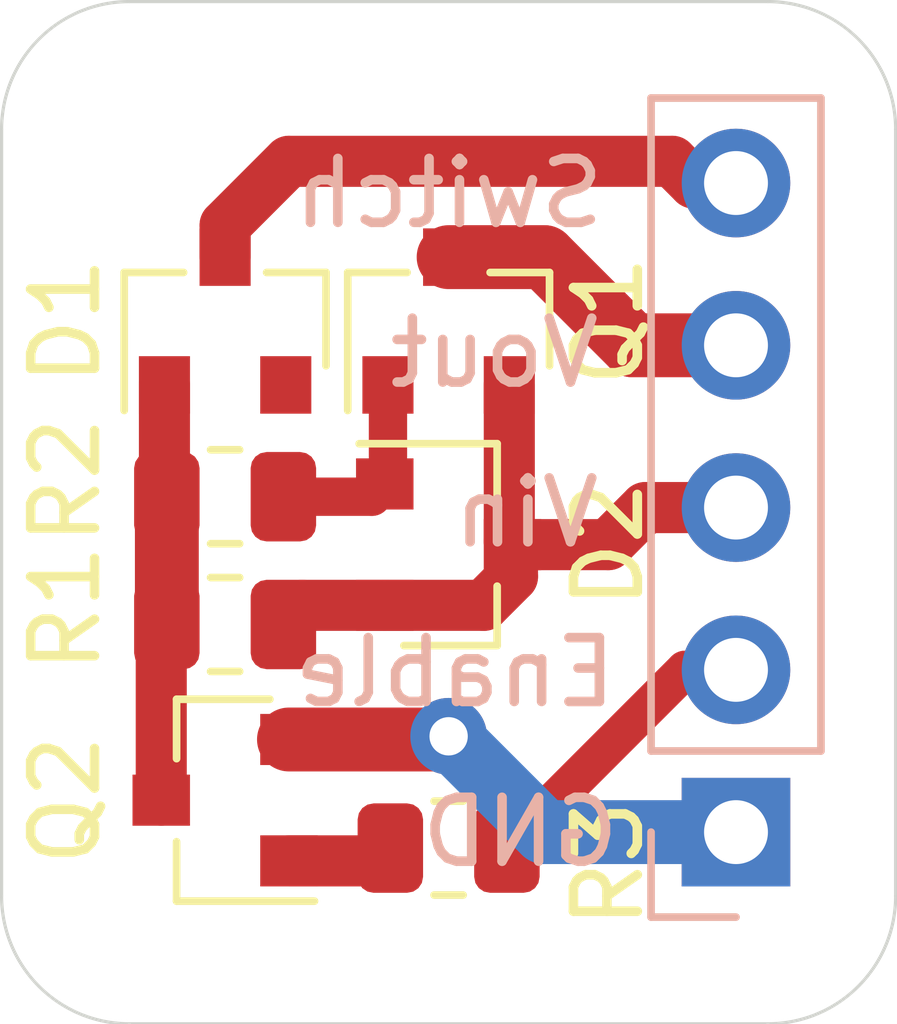
<source format=kicad_pcb>
(kicad_pcb (version 20171130) (host pcbnew 5.99.0+really5.1.10+dfsg1-1)

  (general
    (thickness 1.6)
    (drawings 13)
    (tracks 36)
    (zones 0)
    (modules 8)
    (nets 9)
  )

  (page A4)
  (layers
    (0 F.Cu signal)
    (31 B.Cu signal)
    (32 B.Adhes user)
    (33 F.Adhes user)
    (34 B.Paste user)
    (35 F.Paste user)
    (36 B.SilkS user)
    (37 F.SilkS user)
    (38 B.Mask user)
    (39 F.Mask user)
    (40 Dwgs.User user)
    (41 Cmts.User user)
    (42 Eco1.User user)
    (43 Eco2.User user)
    (44 Edge.Cuts user)
    (45 Margin user)
    (46 B.CrtYd user)
    (47 F.CrtYd user)
    (48 B.Fab user)
    (49 F.Fab user)
  )

  (setup
    (last_trace_width 1)
    (user_trace_width 0.6)
    (user_trace_width 0.8)
    (user_trace_width 1)
    (trace_clearance 0.2)
    (zone_clearance 0.508)
    (zone_45_only no)
    (trace_min 0.2)
    (via_size 0.8)
    (via_drill 0.4)
    (via_min_size 0.4)
    (via_min_drill 0.3)
    (user_via 1.2 0.6)
    (uvia_size 0.3)
    (uvia_drill 0.1)
    (uvias_allowed no)
    (uvia_min_size 0.2)
    (uvia_min_drill 0.1)
    (edge_width 0.05)
    (segment_width 0.2)
    (pcb_text_width 0.3)
    (pcb_text_size 1.5 1.5)
    (mod_edge_width 0.12)
    (mod_text_size 1 1)
    (mod_text_width 0.15)
    (pad_size 0.9 0.8)
    (pad_drill 0)
    (pad_to_mask_clearance 0)
    (aux_axis_origin 0 0)
    (visible_elements FFFFFF7F)
    (pcbplotparams
      (layerselection 0x010fc_ffffffff)
      (usegerberextensions false)
      (usegerberattributes true)
      (usegerberadvancedattributes true)
      (creategerberjobfile true)
      (excludeedgelayer true)
      (linewidth 0.100000)
      (plotframeref false)
      (viasonmask false)
      (mode 1)
      (useauxorigin false)
      (hpglpennumber 1)
      (hpglpenspeed 20)
      (hpglpendiameter 15.000000)
      (psnegative false)
      (psa4output false)
      (plotreference true)
      (plotvalue true)
      (plotinvisibletext false)
      (padsonsilk false)
      (subtractmaskfromsilk false)
      (outputformat 1)
      (mirror false)
      (drillshape 1)
      (scaleselection 1)
      (outputdirectory ""))
  )

  (net 0 "")
  (net 1 "/Soft latch/Switch-GND")
  (net 2 "Net-(D2-Pad2)")
  (net 3 "/Soft latch/Vin")
  (net 4 "/Soft latch/Enable")
  (net 5 "/Soft latch/Vout")
  (net 6 "/Soft latch/GND")
  (net 7 "Net-(Q2-Pad1)")
  (net 8 "Net-(D1-Pad2)")

  (net_class Default "This is the default net class."
    (clearance 0.2)
    (trace_width 0.25)
    (via_dia 0.8)
    (via_drill 0.4)
    (uvia_dia 0.3)
    (uvia_drill 0.1)
    (add_net "/Soft latch/Enable")
    (add_net "/Soft latch/GND")
    (add_net "/Soft latch/Switch-GND")
    (add_net "/Soft latch/Vin")
    (add_net "/Soft latch/Vout")
    (add_net "Net-(D1-Pad2)")
    (add_net "Net-(D2-Pad2)")
    (add_net "Net-(Q2-Pad1)")
  )

  (module Resistor_SMD:R_0805_2012Metric (layer F.Cu) (tedit 5F68FEEE) (tstamp 61592D74)
    (at 116.5 108.25 180)
    (descr "Resistor SMD 0805 (2012 Metric), square (rectangular) end terminal, IPC_7351 nominal, (Body size source: IPC-SM-782 page 72, https://www.pcb-3d.com/wordpress/wp-content/uploads/ipc-sm-782a_amendment_1_and_2.pdf), generated with kicad-footprint-generator")
    (tags resistor)
    (path /615B14D6/61740EEC)
    (attr smd)
    (fp_text reference R3 (at -2.5 -0.25 90) (layer F.SilkS)
      (effects (font (size 1 1) (thickness 0.15)))
    )
    (fp_text value 100kΩ (at 0 1.65) (layer F.Fab) hide
      (effects (font (size 1 1) (thickness 0.15)))
    )
    (fp_line (start -1 0.625) (end -1 -0.625) (layer F.Fab) (width 0.1))
    (fp_line (start -1 -0.625) (end 1 -0.625) (layer F.Fab) (width 0.1))
    (fp_line (start 1 -0.625) (end 1 0.625) (layer F.Fab) (width 0.1))
    (fp_line (start 1 0.625) (end -1 0.625) (layer F.Fab) (width 0.1))
    (fp_line (start -0.227064 -0.735) (end 0.227064 -0.735) (layer F.SilkS) (width 0.12))
    (fp_line (start -0.227064 0.735) (end 0.227064 0.735) (layer F.SilkS) (width 0.12))
    (fp_line (start -1.68 0.95) (end -1.68 -0.95) (layer F.CrtYd) (width 0.05))
    (fp_line (start -1.68 -0.95) (end 1.68 -0.95) (layer F.CrtYd) (width 0.05))
    (fp_line (start 1.68 -0.95) (end 1.68 0.95) (layer F.CrtYd) (width 0.05))
    (fp_line (start 1.68 0.95) (end -1.68 0.95) (layer F.CrtYd) (width 0.05))
    (fp_text user %R (at 0 0) (layer F.Fab) hide
      (effects (font (size 0.5 0.5) (thickness 0.08)))
    )
    (pad 2 smd roundrect (at 0.9125 0 180) (size 1.025 1.4) (layers F.Cu F.Paste F.Mask) (roundrect_rratio 0.243902)
      (net 7 "Net-(Q2-Pad1)"))
    (pad 1 smd roundrect (at -0.9125 0 180) (size 1.025 1.4) (layers F.Cu F.Paste F.Mask) (roundrect_rratio 0.243902)
      (net 4 "/Soft latch/Enable"))
    (model ${KISYS3DMOD}/Resistor_SMD.3dshapes/R_0805_2012Metric.wrl
      (at (xyz 0 0 0))
      (scale (xyz 1 1 1))
      (rotate (xyz 0 0 0))
    )
  )

  (module Resistor_SMD:R_0805_2012Metric (layer F.Cu) (tedit 5F68FEEE) (tstamp 61592D63)
    (at 113 102.75)
    (descr "Resistor SMD 0805 (2012 Metric), square (rectangular) end terminal, IPC_7351 nominal, (Body size source: IPC-SM-782 page 72, https://www.pcb-3d.com/wordpress/wp-content/uploads/ipc-sm-782a_amendment_1_and_2.pdf), generated with kicad-footprint-generator")
    (tags resistor)
    (path /615B14D6/6159F419)
    (attr smd)
    (fp_text reference R2 (at -2.5 -0.25 90) (layer F.SilkS)
      (effects (font (size 1 1) (thickness 0.15)))
    )
    (fp_text value 1MΩ (at 0 1.65) (layer F.Fab) hide
      (effects (font (size 1 1) (thickness 0.15)))
    )
    (fp_line (start -1 0.625) (end -1 -0.625) (layer F.Fab) (width 0.1))
    (fp_line (start -1 -0.625) (end 1 -0.625) (layer F.Fab) (width 0.1))
    (fp_line (start 1 -0.625) (end 1 0.625) (layer F.Fab) (width 0.1))
    (fp_line (start 1 0.625) (end -1 0.625) (layer F.Fab) (width 0.1))
    (fp_line (start -0.227064 -0.735) (end 0.227064 -0.735) (layer F.SilkS) (width 0.12))
    (fp_line (start -0.227064 0.735) (end 0.227064 0.735) (layer F.SilkS) (width 0.12))
    (fp_line (start -1.68 0.95) (end -1.68 -0.95) (layer F.CrtYd) (width 0.05))
    (fp_line (start -1.68 -0.95) (end 1.68 -0.95) (layer F.CrtYd) (width 0.05))
    (fp_line (start 1.68 -0.95) (end 1.68 0.95) (layer F.CrtYd) (width 0.05))
    (fp_line (start 1.68 0.95) (end -1.68 0.95) (layer F.CrtYd) (width 0.05))
    (fp_text user %R (at 0 0) (layer F.Fab) hide
      (effects (font (size 0.5 0.5) (thickness 0.08)))
    )
    (pad 2 smd roundrect (at 0.9125 0) (size 1.025 1.4) (layers F.Cu F.Paste F.Mask) (roundrect_rratio 0.243902)
      (net 2 "Net-(D2-Pad2)"))
    (pad 1 smd roundrect (at -0.9125 0) (size 1.025 1.4) (layers F.Cu F.Paste F.Mask) (roundrect_rratio 0.243902)
      (net 8 "Net-(D1-Pad2)"))
    (model ${KISYS3DMOD}/Resistor_SMD.3dshapes/R_0805_2012Metric.wrl
      (at (xyz 0 0 0))
      (scale (xyz 1 1 1))
      (rotate (xyz 0 0 0))
    )
  )

  (module Resistor_SMD:R_0805_2012Metric (layer F.Cu) (tedit 5F68FEEE) (tstamp 61592D52)
    (at 113 104.75 180)
    (descr "Resistor SMD 0805 (2012 Metric), square (rectangular) end terminal, IPC_7351 nominal, (Body size source: IPC-SM-782 page 72, https://www.pcb-3d.com/wordpress/wp-content/uploads/ipc-sm-782a_amendment_1_and_2.pdf), generated with kicad-footprint-generator")
    (tags resistor)
    (path /615B14D6/61740EC7)
    (attr smd)
    (fp_text reference R1 (at 2.5 0.25 90) (layer F.SilkS)
      (effects (font (size 1 1) (thickness 0.15)))
    )
    (fp_text value 100kΩ (at 0 1.65) (layer F.Fab) hide
      (effects (font (size 1 1) (thickness 0.15)))
    )
    (fp_line (start -1 0.625) (end -1 -0.625) (layer F.Fab) (width 0.1))
    (fp_line (start -1 -0.625) (end 1 -0.625) (layer F.Fab) (width 0.1))
    (fp_line (start 1 -0.625) (end 1 0.625) (layer F.Fab) (width 0.1))
    (fp_line (start 1 0.625) (end -1 0.625) (layer F.Fab) (width 0.1))
    (fp_line (start -0.227064 -0.735) (end 0.227064 -0.735) (layer F.SilkS) (width 0.12))
    (fp_line (start -0.227064 0.735) (end 0.227064 0.735) (layer F.SilkS) (width 0.12))
    (fp_line (start -1.68 0.95) (end -1.68 -0.95) (layer F.CrtYd) (width 0.05))
    (fp_line (start -1.68 -0.95) (end 1.68 -0.95) (layer F.CrtYd) (width 0.05))
    (fp_line (start 1.68 -0.95) (end 1.68 0.95) (layer F.CrtYd) (width 0.05))
    (fp_line (start 1.68 0.95) (end -1.68 0.95) (layer F.CrtYd) (width 0.05))
    (fp_text user %R (at 0 0) (layer F.Fab) hide
      (effects (font (size 0.5 0.5) (thickness 0.08)))
    )
    (pad 2 smd roundrect (at 0.9125 0 180) (size 1.025 1.4) (layers F.Cu F.Paste F.Mask) (roundrect_rratio 0.243902)
      (net 8 "Net-(D1-Pad2)"))
    (pad 1 smd roundrect (at -0.9125 0 180) (size 1.025 1.4) (layers F.Cu F.Paste F.Mask) (roundrect_rratio 0.243902)
      (net 3 "/Soft latch/Vin"))
    (model ${KISYS3DMOD}/Resistor_SMD.3dshapes/R_0805_2012Metric.wrl
      (at (xyz 0 0 0))
      (scale (xyz 1 1 1))
      (rotate (xyz 0 0 0))
    )
  )

  (module Package_TO_SOT_SMD:SOT-23 (layer F.Cu) (tedit 5A02FF57) (tstamp 6159AF90)
    (at 113 107.5 180)
    (descr "SOT-23, Standard")
    (tags SOT-23)
    (path /615B14D6/6175BFA3)
    (attr smd)
    (fp_text reference Q2 (at 2.5 0 90) (layer F.SilkS)
      (effects (font (size 1 1) (thickness 0.15)))
    )
    (fp_text value MMBT5551L (at 0 2.5) (layer F.Fab) hide
      (effects (font (size 1 1) (thickness 0.15)))
    )
    (fp_line (start -0.7 -0.95) (end -0.7 1.5) (layer F.Fab) (width 0.1))
    (fp_line (start -0.15 -1.52) (end 0.7 -1.52) (layer F.Fab) (width 0.1))
    (fp_line (start -0.7 -0.95) (end -0.15 -1.52) (layer F.Fab) (width 0.1))
    (fp_line (start 0.7 -1.52) (end 0.7 1.52) (layer F.Fab) (width 0.1))
    (fp_line (start -0.7 1.52) (end 0.7 1.52) (layer F.Fab) (width 0.1))
    (fp_line (start 0.76 1.58) (end 0.76 0.65) (layer F.SilkS) (width 0.12))
    (fp_line (start 0.76 -1.58) (end 0.76 -0.65) (layer F.SilkS) (width 0.12))
    (fp_line (start -1.7 -1.75) (end 1.7 -1.75) (layer F.CrtYd) (width 0.05))
    (fp_line (start 1.7 -1.75) (end 1.7 1.75) (layer F.CrtYd) (width 0.05))
    (fp_line (start 1.7 1.75) (end -1.7 1.75) (layer F.CrtYd) (width 0.05))
    (fp_line (start -1.7 1.75) (end -1.7 -1.75) (layer F.CrtYd) (width 0.05))
    (fp_line (start 0.76 -1.58) (end -1.4 -1.58) (layer F.SilkS) (width 0.12))
    (fp_line (start 0.76 1.58) (end -0.7 1.58) (layer F.SilkS) (width 0.12))
    (fp_text user %R (at 0 0 90) (layer F.Fab) hide
      (effects (font (size 0.5 0.5) (thickness 0.075)))
    )
    (pad 3 smd rect (at 1 0 180) (size 0.9 0.8) (layers F.Cu F.Paste F.Mask)
      (net 8 "Net-(D1-Pad2)"))
    (pad 2 smd rect (at -1 0.95 180) (size 0.9 0.8) (layers F.Cu F.Paste F.Mask)
      (net 6 "/Soft latch/GND"))
    (pad 1 smd rect (at -1 -0.95 180) (size 0.9 0.8) (layers F.Cu F.Paste F.Mask)
      (net 7 "Net-(Q2-Pad1)"))
    (model ${KISYS3DMOD}/Package_TO_SOT_SMD.3dshapes/SOT-23.wrl
      (at (xyz 0 0 0))
      (scale (xyz 1 1 1))
      (rotate (xyz 0 0 0))
    )
  )

  (module Package_TO_SOT_SMD:SOT-23 (layer F.Cu) (tedit 5A02FF57) (tstamp 61592D1B)
    (at 116.5 100 90)
    (descr "SOT-23, Standard")
    (tags SOT-23)
    (path /615B14D6/61766161)
    (attr smd)
    (fp_text reference Q1 (at 0 2.5 270) (layer F.SilkS)
      (effects (font (size 1 1) (thickness 0.15)))
    )
    (fp_text value SI01P10 (at 0 2.5 90) (layer F.Fab) hide
      (effects (font (size 1 1) (thickness 0.15)))
    )
    (fp_line (start 0.76 1.58) (end -0.7 1.58) (layer F.SilkS) (width 0.12))
    (fp_line (start 0.76 -1.58) (end -1.4 -1.58) (layer F.SilkS) (width 0.12))
    (fp_line (start -1.7 1.75) (end -1.7 -1.75) (layer F.CrtYd) (width 0.05))
    (fp_line (start 1.7 1.75) (end -1.7 1.75) (layer F.CrtYd) (width 0.05))
    (fp_line (start 1.7 -1.75) (end 1.7 1.75) (layer F.CrtYd) (width 0.05))
    (fp_line (start -1.7 -1.75) (end 1.7 -1.75) (layer F.CrtYd) (width 0.05))
    (fp_line (start 0.76 -1.58) (end 0.76 -0.65) (layer F.SilkS) (width 0.12))
    (fp_line (start 0.76 1.58) (end 0.76 0.65) (layer F.SilkS) (width 0.12))
    (fp_line (start -0.7 1.52) (end 0.7 1.52) (layer F.Fab) (width 0.1))
    (fp_line (start 0.7 -1.52) (end 0.7 1.52) (layer F.Fab) (width 0.1))
    (fp_line (start -0.7 -0.95) (end -0.15 -1.52) (layer F.Fab) (width 0.1))
    (fp_line (start -0.15 -1.52) (end 0.7 -1.52) (layer F.Fab) (width 0.1))
    (fp_line (start -0.7 -0.95) (end -0.7 1.5) (layer F.Fab) (width 0.1))
    (fp_text user %R (at 0 0) (layer F.Fab) hide
      (effects (font (size 0.5 0.5) (thickness 0.075)))
    )
    (pad 1 smd rect (at -1 -0.95 90) (size 0.9 0.8) (layers F.Cu F.Paste F.Mask)
      (net 2 "Net-(D2-Pad2)"))
    (pad 2 smd rect (at -1 0.95 90) (size 0.9 0.8) (layers F.Cu F.Paste F.Mask)
      (net 3 "/Soft latch/Vin"))
    (pad 3 smd rect (at 1 0 90) (size 0.9 0.8) (layers F.Cu F.Paste F.Mask)
      (net 5 "/Soft latch/Vout"))
    (model ${KISYS3DMOD}/Package_TO_SOT_SMD.3dshapes/SOT-23.wrl
      (at (xyz 0 0 0))
      (scale (xyz 1 1 1))
      (rotate (xyz 0 0 0))
    )
  )

  (module Connector_PinHeader_2.54mm:PinHeader_1x05_P2.54mm_Vertical (layer B.Cu) (tedit 59FED5CC) (tstamp 61592D06)
    (at 121 108)
    (descr "Through hole straight pin header, 1x05, 2.54mm pitch, single row")
    (tags "Through hole pin header THT 1x05 2.54mm single row")
    (path /615B205F)
    (fp_text reference J1 (at 0 2.33) (layer B.SilkS) hide
      (effects (font (size 1 1) (thickness 0.15)) (justify mirror))
    )
    (fp_text value Conn_01x05 (at 0 -12.49) (layer B.Fab) hide
      (effects (font (size 1 1) (thickness 0.15)) (justify mirror))
    )
    (fp_line (start -0.635 1.27) (end 1.27 1.27) (layer B.Fab) (width 0.1))
    (fp_line (start 1.27 1.27) (end 1.27 -11.43) (layer B.Fab) (width 0.1))
    (fp_line (start 1.27 -11.43) (end -1.27 -11.43) (layer B.Fab) (width 0.1))
    (fp_line (start -1.27 -11.43) (end -1.27 0.635) (layer B.Fab) (width 0.1))
    (fp_line (start -1.27 0.635) (end -0.635 1.27) (layer B.Fab) (width 0.1))
    (fp_line (start -1.33 -11.49) (end 1.33 -11.49) (layer B.SilkS) (width 0.12))
    (fp_line (start -1.33 -1.27) (end -1.33 -11.49) (layer B.SilkS) (width 0.12))
    (fp_line (start 1.33 -1.27) (end 1.33 -11.49) (layer B.SilkS) (width 0.12))
    (fp_line (start -1.33 -1.27) (end 1.33 -1.27) (layer B.SilkS) (width 0.12))
    (fp_line (start -1.33 0) (end -1.33 1.33) (layer B.SilkS) (width 0.12))
    (fp_line (start -1.33 1.33) (end 0 1.33) (layer B.SilkS) (width 0.12))
    (fp_line (start -1.8 1.8) (end -1.8 -11.95) (layer B.CrtYd) (width 0.05))
    (fp_line (start -1.8 -11.95) (end 1.8 -11.95) (layer B.CrtYd) (width 0.05))
    (fp_line (start 1.8 -11.95) (end 1.8 1.8) (layer B.CrtYd) (width 0.05))
    (fp_line (start 1.8 1.8) (end -1.8 1.8) (layer B.CrtYd) (width 0.05))
    (fp_text user %R (at 0 -5.08 270) (layer B.Fab) hide
      (effects (font (size 1 1) (thickness 0.15)) (justify mirror))
    )
    (pad 5 thru_hole oval (at 0 -10.16) (size 1.7 1.7) (drill 1) (layers *.Cu *.Mask)
      (net 1 "/Soft latch/Switch-GND"))
    (pad 4 thru_hole oval (at 0 -7.62) (size 1.7 1.7) (drill 1) (layers *.Cu *.Mask)
      (net 5 "/Soft latch/Vout"))
    (pad 3 thru_hole oval (at 0 -5.08) (size 1.7 1.7) (drill 1) (layers *.Cu *.Mask)
      (net 3 "/Soft latch/Vin"))
    (pad 2 thru_hole oval (at 0 -2.54) (size 1.7 1.7) (drill 1) (layers *.Cu *.Mask)
      (net 4 "/Soft latch/Enable"))
    (pad 1 thru_hole rect (at 0 0) (size 1.7 1.7) (drill 1) (layers *.Cu *.Mask)
      (net 6 "/Soft latch/GND"))
    (model ${KISYS3DMOD}/Connector_PinHeader_2.54mm.3dshapes/PinHeader_1x05_P2.54mm_Vertical.wrl
      (at (xyz 0 0 0))
      (scale (xyz 1 1 1))
      (rotate (xyz 0 0 0))
    )
  )

  (module Diode_SMD:D_SOT-23_ANK (layer F.Cu) (tedit 6159ADBE) (tstamp 6159B098)
    (at 116.5 103.5)
    (descr "SOT-23, Single Diode")
    (tags SOT-23)
    (path /615B14D6/6158D7E7)
    (attr smd)
    (fp_text reference D2 (at 2.5 0 90) (layer F.SilkS)
      (effects (font (size 1 1) (thickness 0.15)))
    )
    (fp_text value BZX84-C10 (at 0 2.5) (layer F.Fab) hide
      (effects (font (size 1 1) (thickness 0.15)))
    )
    (fp_line (start 0.76 1.58) (end -0.7 1.58) (layer F.SilkS) (width 0.12))
    (fp_line (start -0.7 -1.52) (end -0.7 1.52) (layer F.Fab) (width 0.1))
    (fp_line (start -0.7 -1.52) (end 0.7 -1.52) (layer F.Fab) (width 0.1))
    (fp_line (start 0.76 -1.58) (end -1.4 -1.58) (layer F.SilkS) (width 0.12))
    (fp_line (start -1.7 1.75) (end -1.7 -1.75) (layer F.CrtYd) (width 0.05))
    (fp_line (start 1.7 1.75) (end -1.7 1.75) (layer F.CrtYd) (width 0.05))
    (fp_line (start 1.7 -1.75) (end 1.7 1.75) (layer F.CrtYd) (width 0.05))
    (fp_line (start -1.7 -1.75) (end 1.7 -1.75) (layer F.CrtYd) (width 0.05))
    (fp_line (start -0.7 1.52) (end 0.7 1.52) (layer F.Fab) (width 0.1))
    (fp_line (start 0.7 -1.52) (end 0.7 1.52) (layer F.Fab) (width 0.1))
    (fp_line (start 0.76 -1.58) (end 0.76 -0.65) (layer F.SilkS) (width 0.12))
    (fp_line (start 0.76 1.58) (end 0.76 0.65) (layer F.SilkS) (width 0.12))
    (fp_line (start 0.15 -0.65) (end 0.15 -0.25) (layer F.Fab) (width 0.1))
    (fp_line (start 0.15 -0.45) (end 0.4 -0.45) (layer F.Fab) (width 0.1))
    (fp_line (start 0.15 -0.45) (end -0.15 -0.65) (layer F.Fab) (width 0.1))
    (fp_line (start -0.15 -0.65) (end -0.15 -0.25) (layer F.Fab) (width 0.1))
    (fp_line (start -0.15 -0.25) (end 0.15 -0.45) (layer F.Fab) (width 0.1))
    (fp_line (start -0.15 -0.45) (end -0.4 -0.45) (layer F.Fab) (width 0.1))
    (fp_text user %R (at 0 -2.5) (layer F.Fab) hide
      (effects (font (size 1 1) (thickness 0.15)))
    )
    (pad 2 smd rect (at -1 -0.95) (size 0.9 0.8) (layers F.Cu F.Paste F.Mask)
      (net 2 "Net-(D2-Pad2)"))
    (pad "" smd rect (at -1 0.95) (size 0.9 0.8) (layers F.Cu F.Paste F.Mask)
      (net 3 "/Soft latch/Vin"))
    (pad 1 smd rect (at 1 0) (size 0.9 0.8) (layers F.Cu F.Paste F.Mask)
      (net 3 "/Soft latch/Vin"))
    (model ${KISYS3DMOD}/Diode_SMD.3dshapes/D_SOT-23.wrl
      (at (xyz 0 0 0))
      (scale (xyz 1 1 1))
      (rotate (xyz 0 0 0))
    )
  )

  (module Diode_SMD:D_SOT-23_ANK (layer F.Cu) (tedit 587CCEF9) (tstamp 61592CD3)
    (at 113 100 90)
    (descr "SOT-23, Single Diode")
    (tags SOT-23)
    (path /615B14D6/61740ED3)
    (attr smd)
    (fp_text reference D1 (at 0 -2.5 270) (layer F.SilkS)
      (effects (font (size 1 1) (thickness 0.15)))
    )
    (fp_text value 100V (at 0 2.5 90) (layer F.Fab) hide
      (effects (font (size 1 1) (thickness 0.15)))
    )
    (fp_line (start 0.76 1.58) (end -0.7 1.58) (layer F.SilkS) (width 0.12))
    (fp_line (start -0.7 -1.52) (end -0.7 1.52) (layer F.Fab) (width 0.1))
    (fp_line (start -0.7 -1.52) (end 0.7 -1.52) (layer F.Fab) (width 0.1))
    (fp_line (start 0.76 -1.58) (end -1.4 -1.58) (layer F.SilkS) (width 0.12))
    (fp_line (start -1.7 1.75) (end -1.7 -1.75) (layer F.CrtYd) (width 0.05))
    (fp_line (start 1.7 1.75) (end -1.7 1.75) (layer F.CrtYd) (width 0.05))
    (fp_line (start 1.7 -1.75) (end 1.7 1.75) (layer F.CrtYd) (width 0.05))
    (fp_line (start -1.7 -1.75) (end 1.7 -1.75) (layer F.CrtYd) (width 0.05))
    (fp_line (start -0.7 1.52) (end 0.7 1.52) (layer F.Fab) (width 0.1))
    (fp_line (start 0.7 -1.52) (end 0.7 1.52) (layer F.Fab) (width 0.1))
    (fp_line (start 0.76 -1.58) (end 0.76 -0.65) (layer F.SilkS) (width 0.12))
    (fp_line (start 0.76 1.58) (end 0.76 0.65) (layer F.SilkS) (width 0.12))
    (fp_line (start 0.15 -0.65) (end 0.15 -0.25) (layer F.Fab) (width 0.1))
    (fp_line (start 0.15 -0.45) (end 0.4 -0.45) (layer F.Fab) (width 0.1))
    (fp_line (start 0.15 -0.45) (end -0.15 -0.65) (layer F.Fab) (width 0.1))
    (fp_line (start -0.15 -0.65) (end -0.15 -0.25) (layer F.Fab) (width 0.1))
    (fp_line (start -0.15 -0.25) (end 0.15 -0.45) (layer F.Fab) (width 0.1))
    (fp_line (start -0.15 -0.45) (end -0.4 -0.45) (layer F.Fab) (width 0.1))
    (fp_text user %R (at 0 -2.5 90) (layer F.Fab) hide
      (effects (font (size 1 1) (thickness 0.15)))
    )
    (pad 2 smd rect (at -1 -0.95 90) (size 0.9 0.8) (layers F.Cu F.Paste F.Mask)
      (net 8 "Net-(D1-Pad2)"))
    (pad "" smd rect (at -1 0.95 90) (size 0.9 0.8) (layers F.Cu F.Paste F.Mask))
    (pad 1 smd rect (at 1 0 90) (size 0.9 0.8) (layers F.Cu F.Paste F.Mask)
      (net 1 "/Soft latch/Switch-GND"))
    (model ${KISYS3DMOD}/Diode_SMD.3dshapes/D_SOT-23.wrl
      (at (xyz 0 0 0))
      (scale (xyz 1 1 1))
      (rotate (xyz 0 0 0))
    )
  )

  (gr_text Switch (at 114 98) (layer B.SilkS)
    (effects (font (size 1 1) (thickness 0.15)) (justify right mirror))
  )
  (gr_text Vin (at 116.5 103) (layer B.SilkS)
    (effects (font (size 1 1) (thickness 0.15)) (justify right mirror))
  )
  (gr_text Vout (at 115.5 100.5) (layer B.SilkS)
    (effects (font (size 1 1) (thickness 0.15)) (justify right mirror))
  )
  (gr_text Enable (at 114 105.5) (layer B.SilkS)
    (effects (font (size 1 1) (thickness 0.15)) (justify right mirror))
  )
  (gr_text GND (at 116 108) (layer B.SilkS)
    (effects (font (size 1 1) (thickness 0.15)) (justify right mirror))
  )
  (gr_arc (start 111.5 109) (end 109.5 109) (angle -90) (layer Edge.Cuts) (width 0.05) (tstamp 61593CD3))
  (gr_arc (start 121.5 109) (end 121.5 111) (angle -90) (layer Edge.Cuts) (width 0.05) (tstamp 61593CD3))
  (gr_arc (start 121.5 97) (end 123.5 97) (angle -90) (layer Edge.Cuts) (width 0.05) (tstamp 61593CD3))
  (gr_arc (start 111.5 97) (end 111.5 95) (angle -90) (layer Edge.Cuts) (width 0.05))
  (gr_line (start 109.5 109) (end 109.5 97) (layer Edge.Cuts) (width 0.05) (tstamp 61592BD4))
  (gr_line (start 121.5 111) (end 111.5 111) (layer Edge.Cuts) (width 0.05))
  (gr_line (start 123.5 97) (end 123.5 109) (layer Edge.Cuts) (width 0.05))
  (gr_line (start 111.5 95) (end 121.5 95) (layer Edge.Cuts) (width 0.05))

  (via (at 116.5 106.5) (size 1.2) (drill 0.6) (layers F.Cu B.Cu) (net 6))
  (segment (start 121 97.84) (end 120.34 97.84) (width 0.8) (layer F.Cu) (net 1))
  (segment (start 120.34 97.84) (end 120 97.5) (width 0.8) (layer F.Cu) (net 1))
  (segment (start 120 97.5) (end 114 97.5) (width 0.8) (layer F.Cu) (net 1))
  (segment (start 113 98.5) (end 113 99) (width 0.8) (layer F.Cu) (net 1))
  (segment (start 114 97.5) (end 113 98.5) (width 0.8) (layer F.Cu) (net 1))
  (segment (start 115.55 102.5) (end 115.5 102.55) (width 0.6) (layer F.Cu) (net 2))
  (segment (start 115.55 101) (end 115.55 102.5) (width 0.6) (layer F.Cu) (net 2))
  (segment (start 115.3 102.75) (end 115.5 102.55) (width 0.6) (layer F.Cu) (net 2))
  (segment (start 113.9125 102.75) (end 115.3 102.75) (width 0.6) (layer F.Cu) (net 2))
  (segment (start 114.2125 104.45) (end 113.9125 104.75) (width 0.8) (layer F.Cu) (net 3))
  (segment (start 115.5 104.45) (end 114.2125 104.45) (width 0.8) (layer F.Cu) (net 3))
  (segment (start 117.45 103.45) (end 117.5 103.5) (width 0.8) (layer F.Cu) (net 3))
  (segment (start 117.45 101) (end 117.45 103.45) (width 0.8) (layer F.Cu) (net 3))
  (segment (start 115.5 104.45) (end 117.05 104.45) (width 0.8) (layer F.Cu) (net 3))
  (segment (start 117.5 104) (end 117.5 103.5) (width 0.8) (layer F.Cu) (net 3))
  (segment (start 117.05 104.45) (end 117.5 104) (width 0.8) (layer F.Cu) (net 3))
  (segment (start 121 102.92) (end 119.58 102.92) (width 0.8) (layer F.Cu) (net 3))
  (segment (start 119 103.5) (end 117.5 103.5) (width 0.8) (layer F.Cu) (net 3))
  (segment (start 119.58 102.92) (end 119 103.5) (width 0.8) (layer F.Cu) (net 3))
  (segment (start 120.2025 105.46) (end 117.4125 108.25) (width 0.6) (layer F.Cu) (net 4))
  (segment (start 121 105.46) (end 120.2025 105.46) (width 0.6) (layer F.Cu) (net 4))
  (segment (start 116.5 99) (end 118 99) (width 1) (layer F.Cu) (net 5))
  (segment (start 119.38 100.38) (end 121 100.38) (width 1) (layer F.Cu) (net 5))
  (segment (start 118 99) (end 119.38 100.38) (width 1) (layer F.Cu) (net 5))
  (segment (start 116.45 106.55) (end 116.5 106.5) (width 1) (layer F.Cu) (net 6))
  (segment (start 114 106.55) (end 116.45 106.55) (width 1) (layer F.Cu) (net 6))
  (segment (start 118 108) (end 116.5 106.5) (width 1) (layer B.Cu) (net 6))
  (segment (start 121 108) (end 118 108) (width 1) (layer B.Cu) (net 6))
  (segment (start 115.3875 108.45) (end 115.5875 108.25) (width 0.8) (layer F.Cu) (net 7))
  (segment (start 114 108.45) (end 115.3875 108.45) (width 0.8) (layer F.Cu) (net 7))
  (segment (start 112.05 102.7125) (end 112.0875 102.75) (width 0.8) (layer F.Cu) (net 8))
  (segment (start 112.05 101) (end 112.05 102.7125) (width 0.8) (layer F.Cu) (net 8))
  (segment (start 112.0875 102.75) (end 112.0875 104.75) (width 1) (layer F.Cu) (net 8))
  (segment (start 112 104.8375) (end 112.0875 104.75) (width 0.8) (layer F.Cu) (net 8))
  (segment (start 112 107.5) (end 112 104.8375) (width 0.8) (layer F.Cu) (net 8))

)

</source>
